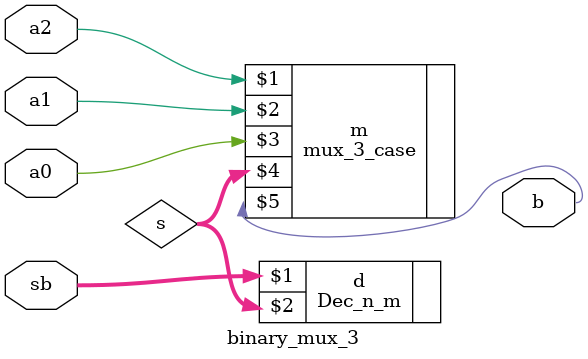
<source format=v>
module binary_mux_3 (
    a2,a1,a0,sb,b
);
    parameter  k = 1;
    input [k-1:0] a0,a1,a2; //输入信号
    input [1:0] sb; //二进制编码的选择信号
    output [k-1:0] b;
    wire [2:0] s;

    Dec_n_m #(2,3) d(sb,s); //通过译码器将二进制信号转化为独热码信号
    mux_3_case #(k) m(a2,a1,a0,s,b);//多路选择器选择输入

endmodule

</source>
